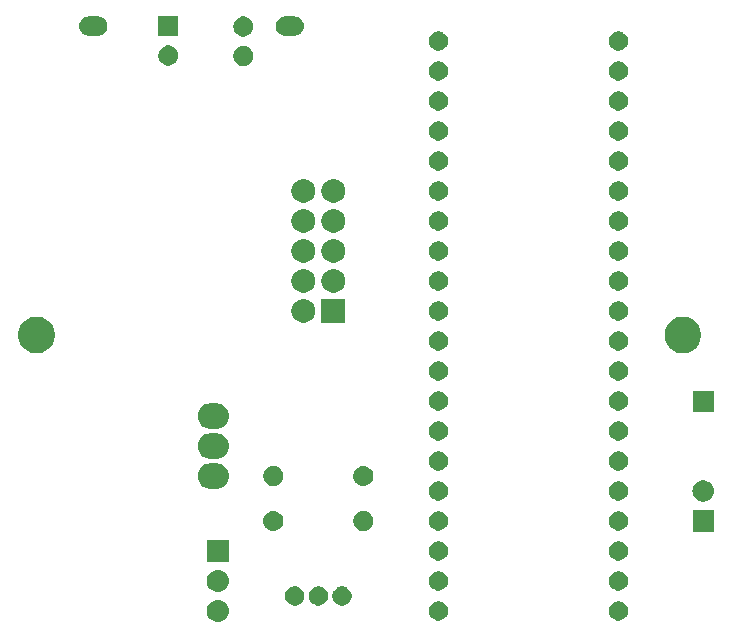
<source format=gbr>
G04 #@! TF.GenerationSoftware,KiCad,Pcbnew,(5.0.1-3-g963ef8bb5)*
G04 #@! TF.CreationDate,2019-02-08T10:03:46-05:00*
G04 #@! TF.ProjectId,STMaytal32v02,53544D617974616C33327630322E6B69,rev?*
G04 #@! TF.SameCoordinates,Original*
G04 #@! TF.FileFunction,Soldermask,Bot*
G04 #@! TF.FilePolarity,Negative*
%FSLAX46Y46*%
G04 Gerber Fmt 4.6, Leading zero omitted, Abs format (unit mm)*
G04 Created by KiCad (PCBNEW (5.0.1-3-g963ef8bb5)) date Friday, February 08, 2019 at 10:03:46 AM*
%MOMM*%
%LPD*%
G01*
G04 APERTURE LIST*
%ADD10C,0.100000*%
G04 APERTURE END LIST*
D10*
G36*
X113597425Y-124792760D02*
X113597428Y-124792761D01*
X113597429Y-124792761D01*
X113776693Y-124847140D01*
X113776695Y-124847141D01*
X113941905Y-124935448D01*
X114086712Y-125054288D01*
X114205552Y-125199095D01*
X114293859Y-125364305D01*
X114348240Y-125543575D01*
X114366601Y-125730000D01*
X114348240Y-125916425D01*
X114293859Y-126095695D01*
X114205552Y-126260905D01*
X114086712Y-126405712D01*
X113941905Y-126524552D01*
X113941903Y-126524553D01*
X113776693Y-126612860D01*
X113597429Y-126667239D01*
X113597428Y-126667239D01*
X113597425Y-126667240D01*
X113457718Y-126681000D01*
X113364282Y-126681000D01*
X113224575Y-126667240D01*
X113224572Y-126667239D01*
X113224571Y-126667239D01*
X113045307Y-126612860D01*
X112880097Y-126524553D01*
X112880095Y-126524552D01*
X112735288Y-126405712D01*
X112616448Y-126260905D01*
X112528141Y-126095695D01*
X112473760Y-125916425D01*
X112455399Y-125730000D01*
X112473760Y-125543575D01*
X112528141Y-125364305D01*
X112616448Y-125199095D01*
X112735288Y-125054288D01*
X112880095Y-124935448D01*
X113045305Y-124847141D01*
X113045307Y-124847140D01*
X113224571Y-124792761D01*
X113224572Y-124792761D01*
X113224575Y-124792760D01*
X113364282Y-124779000D01*
X113457718Y-124779000D01*
X113597425Y-124792760D01*
X113597425Y-124792760D01*
G37*
G36*
X147557142Y-124948242D02*
X147705102Y-125009530D01*
X147772087Y-125054288D01*
X147838257Y-125098501D01*
X147951499Y-125211743D01*
X147971554Y-125241758D01*
X148040470Y-125344898D01*
X148101758Y-125492858D01*
X148133000Y-125649925D01*
X148133000Y-125810075D01*
X148101758Y-125967142D01*
X148040470Y-126115102D01*
X147951498Y-126248258D01*
X147838258Y-126361498D01*
X147705102Y-126450470D01*
X147557142Y-126511758D01*
X147400075Y-126543000D01*
X147239925Y-126543000D01*
X147082858Y-126511758D01*
X146934898Y-126450470D01*
X146801742Y-126361498D01*
X146688502Y-126248258D01*
X146599530Y-126115102D01*
X146538242Y-125967142D01*
X146507000Y-125810075D01*
X146507000Y-125649925D01*
X146538242Y-125492858D01*
X146599530Y-125344898D01*
X146668446Y-125241758D01*
X146688501Y-125211743D01*
X146801743Y-125098501D01*
X146867913Y-125054288D01*
X146934898Y-125009530D01*
X147082858Y-124948242D01*
X147239925Y-124917000D01*
X147400075Y-124917000D01*
X147557142Y-124948242D01*
X147557142Y-124948242D01*
G37*
G36*
X132317142Y-124948242D02*
X132465102Y-125009530D01*
X132532087Y-125054288D01*
X132598257Y-125098501D01*
X132711499Y-125211743D01*
X132731554Y-125241758D01*
X132800470Y-125344898D01*
X132861758Y-125492858D01*
X132893000Y-125649925D01*
X132893000Y-125810075D01*
X132861758Y-125967142D01*
X132800470Y-126115102D01*
X132711498Y-126248258D01*
X132598258Y-126361498D01*
X132465102Y-126450470D01*
X132317142Y-126511758D01*
X132160075Y-126543000D01*
X131999925Y-126543000D01*
X131842858Y-126511758D01*
X131694898Y-126450470D01*
X131561742Y-126361498D01*
X131448502Y-126248258D01*
X131359530Y-126115102D01*
X131298242Y-125967142D01*
X131267000Y-125810075D01*
X131267000Y-125649925D01*
X131298242Y-125492858D01*
X131359530Y-125344898D01*
X131428446Y-125241758D01*
X131448501Y-125211743D01*
X131561743Y-125098501D01*
X131627913Y-125054288D01*
X131694898Y-125009530D01*
X131842858Y-124948242D01*
X131999925Y-124917000D01*
X132160075Y-124917000D01*
X132317142Y-124948242D01*
X132317142Y-124948242D01*
G37*
G36*
X124157142Y-123678242D02*
X124305102Y-123739530D01*
X124372130Y-123784317D01*
X124438257Y-123828501D01*
X124551499Y-123941743D01*
X124592429Y-124003000D01*
X124640470Y-124074898D01*
X124701758Y-124222858D01*
X124733000Y-124379925D01*
X124733000Y-124540075D01*
X124701758Y-124697142D01*
X124640470Y-124845102D01*
X124595683Y-124912130D01*
X124551499Y-124978257D01*
X124438257Y-125091499D01*
X124427776Y-125098502D01*
X124305102Y-125180470D01*
X124157142Y-125241758D01*
X124000075Y-125273000D01*
X123839925Y-125273000D01*
X123682858Y-125241758D01*
X123534898Y-125180470D01*
X123412224Y-125098502D01*
X123401743Y-125091499D01*
X123288501Y-124978257D01*
X123244317Y-124912130D01*
X123199530Y-124845102D01*
X123138242Y-124697142D01*
X123107000Y-124540075D01*
X123107000Y-124379925D01*
X123138242Y-124222858D01*
X123199530Y-124074898D01*
X123247571Y-124003000D01*
X123288501Y-123941743D01*
X123401743Y-123828501D01*
X123467870Y-123784317D01*
X123534898Y-123739530D01*
X123682858Y-123678242D01*
X123839925Y-123647000D01*
X124000075Y-123647000D01*
X124157142Y-123678242D01*
X124157142Y-123678242D01*
G37*
G36*
X120157142Y-123678242D02*
X120305102Y-123739530D01*
X120372130Y-123784317D01*
X120438257Y-123828501D01*
X120551499Y-123941743D01*
X120592429Y-124003000D01*
X120640470Y-124074898D01*
X120701758Y-124222858D01*
X120733000Y-124379925D01*
X120733000Y-124540075D01*
X120701758Y-124697142D01*
X120640470Y-124845102D01*
X120595683Y-124912130D01*
X120551499Y-124978257D01*
X120438257Y-125091499D01*
X120427776Y-125098502D01*
X120305102Y-125180470D01*
X120157142Y-125241758D01*
X120000075Y-125273000D01*
X119839925Y-125273000D01*
X119682858Y-125241758D01*
X119534898Y-125180470D01*
X119412224Y-125098502D01*
X119401743Y-125091499D01*
X119288501Y-124978257D01*
X119244317Y-124912130D01*
X119199530Y-124845102D01*
X119138242Y-124697142D01*
X119107000Y-124540075D01*
X119107000Y-124379925D01*
X119138242Y-124222858D01*
X119199530Y-124074898D01*
X119247571Y-124003000D01*
X119288501Y-123941743D01*
X119401743Y-123828501D01*
X119467870Y-123784317D01*
X119534898Y-123739530D01*
X119682858Y-123678242D01*
X119839925Y-123647000D01*
X120000075Y-123647000D01*
X120157142Y-123678242D01*
X120157142Y-123678242D01*
G37*
G36*
X122157142Y-123678242D02*
X122305102Y-123739530D01*
X122372130Y-123784317D01*
X122438257Y-123828501D01*
X122551499Y-123941743D01*
X122592429Y-124003000D01*
X122640470Y-124074898D01*
X122701758Y-124222858D01*
X122733000Y-124379925D01*
X122733000Y-124540075D01*
X122701758Y-124697142D01*
X122640470Y-124845102D01*
X122595683Y-124912130D01*
X122551499Y-124978257D01*
X122438257Y-125091499D01*
X122427776Y-125098502D01*
X122305102Y-125180470D01*
X122157142Y-125241758D01*
X122000075Y-125273000D01*
X121839925Y-125273000D01*
X121682858Y-125241758D01*
X121534898Y-125180470D01*
X121412224Y-125098502D01*
X121401743Y-125091499D01*
X121288501Y-124978257D01*
X121244317Y-124912130D01*
X121199530Y-124845102D01*
X121138242Y-124697142D01*
X121107000Y-124540075D01*
X121107000Y-124379925D01*
X121138242Y-124222858D01*
X121199530Y-124074898D01*
X121247571Y-124003000D01*
X121288501Y-123941743D01*
X121401743Y-123828501D01*
X121467870Y-123784317D01*
X121534898Y-123739530D01*
X121682858Y-123678242D01*
X121839925Y-123647000D01*
X122000075Y-123647000D01*
X122157142Y-123678242D01*
X122157142Y-123678242D01*
G37*
G36*
X113597425Y-122252760D02*
X113597428Y-122252761D01*
X113597429Y-122252761D01*
X113776693Y-122307140D01*
X113776695Y-122307141D01*
X113941905Y-122395448D01*
X114086712Y-122514288D01*
X114205552Y-122659095D01*
X114293859Y-122824305D01*
X114348240Y-123003575D01*
X114366601Y-123190000D01*
X114348240Y-123376425D01*
X114293859Y-123555695D01*
X114205552Y-123720905D01*
X114086712Y-123865712D01*
X113941905Y-123984552D01*
X113941903Y-123984553D01*
X113776693Y-124072860D01*
X113597429Y-124127239D01*
X113597428Y-124127239D01*
X113597425Y-124127240D01*
X113457718Y-124141000D01*
X113364282Y-124141000D01*
X113224575Y-124127240D01*
X113224572Y-124127239D01*
X113224571Y-124127239D01*
X113045307Y-124072860D01*
X112880097Y-123984553D01*
X112880095Y-123984552D01*
X112735288Y-123865712D01*
X112616448Y-123720905D01*
X112528141Y-123555695D01*
X112473760Y-123376425D01*
X112455399Y-123190000D01*
X112473760Y-123003575D01*
X112528141Y-122824305D01*
X112616448Y-122659095D01*
X112735288Y-122514288D01*
X112880095Y-122395448D01*
X113045305Y-122307141D01*
X113045307Y-122307140D01*
X113224571Y-122252761D01*
X113224572Y-122252761D01*
X113224575Y-122252760D01*
X113364282Y-122239000D01*
X113457718Y-122239000D01*
X113597425Y-122252760D01*
X113597425Y-122252760D01*
G37*
G36*
X147557142Y-122408242D02*
X147705102Y-122469530D01*
X147838258Y-122558502D01*
X147951498Y-122671742D01*
X148040470Y-122804898D01*
X148101758Y-122952858D01*
X148133000Y-123109925D01*
X148133000Y-123270075D01*
X148101758Y-123427142D01*
X148054354Y-123541583D01*
X148040471Y-123575100D01*
X147951499Y-123708257D01*
X147838257Y-123821499D01*
X147827776Y-123828502D01*
X147705102Y-123910470D01*
X147557142Y-123971758D01*
X147400075Y-124003000D01*
X147239925Y-124003000D01*
X147082858Y-123971758D01*
X146934898Y-123910470D01*
X146812224Y-123828502D01*
X146801743Y-123821499D01*
X146688501Y-123708257D01*
X146599529Y-123575100D01*
X146585646Y-123541583D01*
X146538242Y-123427142D01*
X146507000Y-123270075D01*
X146507000Y-123109925D01*
X146538242Y-122952858D01*
X146599530Y-122804898D01*
X146688502Y-122671742D01*
X146801742Y-122558502D01*
X146934898Y-122469530D01*
X147082858Y-122408242D01*
X147239925Y-122377000D01*
X147400075Y-122377000D01*
X147557142Y-122408242D01*
X147557142Y-122408242D01*
G37*
G36*
X132317142Y-122408242D02*
X132465102Y-122469530D01*
X132598258Y-122558502D01*
X132711498Y-122671742D01*
X132800470Y-122804898D01*
X132861758Y-122952858D01*
X132893000Y-123109925D01*
X132893000Y-123270075D01*
X132861758Y-123427142D01*
X132814354Y-123541583D01*
X132800471Y-123575100D01*
X132711499Y-123708257D01*
X132598257Y-123821499D01*
X132587776Y-123828502D01*
X132465102Y-123910470D01*
X132317142Y-123971758D01*
X132160075Y-124003000D01*
X131999925Y-124003000D01*
X131842858Y-123971758D01*
X131694898Y-123910470D01*
X131572224Y-123828502D01*
X131561743Y-123821499D01*
X131448501Y-123708257D01*
X131359529Y-123575100D01*
X131345646Y-123541583D01*
X131298242Y-123427142D01*
X131267000Y-123270075D01*
X131267000Y-123109925D01*
X131298242Y-122952858D01*
X131359530Y-122804898D01*
X131448502Y-122671742D01*
X131561742Y-122558502D01*
X131694898Y-122469530D01*
X131842858Y-122408242D01*
X131999925Y-122377000D01*
X132160075Y-122377000D01*
X132317142Y-122408242D01*
X132317142Y-122408242D01*
G37*
G36*
X114362000Y-121601000D02*
X112460000Y-121601000D01*
X112460000Y-119699000D01*
X114362000Y-119699000D01*
X114362000Y-121601000D01*
X114362000Y-121601000D01*
G37*
G36*
X147557142Y-119868242D02*
X147705102Y-119929530D01*
X147838258Y-120018502D01*
X147951498Y-120131742D01*
X148040470Y-120264898D01*
X148101758Y-120412858D01*
X148133000Y-120569925D01*
X148133000Y-120730075D01*
X148101758Y-120887142D01*
X148040470Y-121035102D01*
X147951498Y-121168258D01*
X147838258Y-121281498D01*
X147705102Y-121370470D01*
X147557142Y-121431758D01*
X147400075Y-121463000D01*
X147239925Y-121463000D01*
X147082858Y-121431758D01*
X146934898Y-121370470D01*
X146801742Y-121281498D01*
X146688502Y-121168258D01*
X146599530Y-121035102D01*
X146538242Y-120887142D01*
X146507000Y-120730075D01*
X146507000Y-120569925D01*
X146538242Y-120412858D01*
X146599530Y-120264898D01*
X146688502Y-120131742D01*
X146801742Y-120018502D01*
X146934898Y-119929530D01*
X147082858Y-119868242D01*
X147239925Y-119837000D01*
X147400075Y-119837000D01*
X147557142Y-119868242D01*
X147557142Y-119868242D01*
G37*
G36*
X132317142Y-119868242D02*
X132465102Y-119929530D01*
X132598258Y-120018502D01*
X132711498Y-120131742D01*
X132800470Y-120264898D01*
X132861758Y-120412858D01*
X132893000Y-120569925D01*
X132893000Y-120730075D01*
X132861758Y-120887142D01*
X132800470Y-121035102D01*
X132711498Y-121168258D01*
X132598258Y-121281498D01*
X132465102Y-121370470D01*
X132317142Y-121431758D01*
X132160075Y-121463000D01*
X131999925Y-121463000D01*
X131842858Y-121431758D01*
X131694898Y-121370470D01*
X131561742Y-121281498D01*
X131448502Y-121168258D01*
X131359530Y-121035102D01*
X131298242Y-120887142D01*
X131267000Y-120730075D01*
X131267000Y-120569925D01*
X131298242Y-120412858D01*
X131359530Y-120264898D01*
X131448502Y-120131742D01*
X131561742Y-120018502D01*
X131694898Y-119929530D01*
X131842858Y-119868242D01*
X131999925Y-119837000D01*
X132160075Y-119837000D01*
X132317142Y-119868242D01*
X132317142Y-119868242D01*
G37*
G36*
X155401000Y-119011000D02*
X153599000Y-119011000D01*
X153599000Y-117209000D01*
X155401000Y-117209000D01*
X155401000Y-119011000D01*
X155401000Y-119011000D01*
G37*
G36*
X125978228Y-117291703D02*
X126133100Y-117355853D01*
X126272481Y-117448985D01*
X126391015Y-117567519D01*
X126484147Y-117706900D01*
X126548297Y-117861772D01*
X126581000Y-118026184D01*
X126581000Y-118193816D01*
X126548297Y-118358228D01*
X126484147Y-118513100D01*
X126391015Y-118652481D01*
X126272481Y-118771015D01*
X126133100Y-118864147D01*
X125978228Y-118928297D01*
X125813816Y-118961000D01*
X125646184Y-118961000D01*
X125481772Y-118928297D01*
X125326900Y-118864147D01*
X125187519Y-118771015D01*
X125068985Y-118652481D01*
X124975853Y-118513100D01*
X124911703Y-118358228D01*
X124879000Y-118193816D01*
X124879000Y-118026184D01*
X124911703Y-117861772D01*
X124975853Y-117706900D01*
X125068985Y-117567519D01*
X125187519Y-117448985D01*
X125326900Y-117355853D01*
X125481772Y-117291703D01*
X125646184Y-117259000D01*
X125813816Y-117259000D01*
X125978228Y-117291703D01*
X125978228Y-117291703D01*
G37*
G36*
X118276821Y-117271313D02*
X118276824Y-117271314D01*
X118276825Y-117271314D01*
X118437239Y-117319975D01*
X118437241Y-117319976D01*
X118437244Y-117319977D01*
X118585078Y-117398995D01*
X118714659Y-117505341D01*
X118821005Y-117634922D01*
X118900023Y-117782756D01*
X118900024Y-117782759D01*
X118900025Y-117782761D01*
X118948686Y-117943175D01*
X118948687Y-117943179D01*
X118965117Y-118110000D01*
X118948687Y-118276821D01*
X118948686Y-118276824D01*
X118948686Y-118276825D01*
X118923993Y-118358228D01*
X118900023Y-118437244D01*
X118821005Y-118585078D01*
X118714659Y-118714659D01*
X118585078Y-118821005D01*
X118437244Y-118900023D01*
X118437241Y-118900024D01*
X118437239Y-118900025D01*
X118276825Y-118948686D01*
X118276824Y-118948686D01*
X118276821Y-118948687D01*
X118151804Y-118961000D01*
X118068196Y-118961000D01*
X117943179Y-118948687D01*
X117943176Y-118948686D01*
X117943175Y-118948686D01*
X117782761Y-118900025D01*
X117782759Y-118900024D01*
X117782756Y-118900023D01*
X117634922Y-118821005D01*
X117505341Y-118714659D01*
X117398995Y-118585078D01*
X117319977Y-118437244D01*
X117296008Y-118358228D01*
X117271314Y-118276825D01*
X117271314Y-118276824D01*
X117271313Y-118276821D01*
X117254883Y-118110000D01*
X117271313Y-117943179D01*
X117271314Y-117943175D01*
X117319975Y-117782761D01*
X117319976Y-117782759D01*
X117319977Y-117782756D01*
X117398995Y-117634922D01*
X117505341Y-117505341D01*
X117634922Y-117398995D01*
X117782756Y-117319977D01*
X117782759Y-117319976D01*
X117782761Y-117319975D01*
X117943175Y-117271314D01*
X117943176Y-117271314D01*
X117943179Y-117271313D01*
X118068196Y-117259000D01*
X118151804Y-117259000D01*
X118276821Y-117271313D01*
X118276821Y-117271313D01*
G37*
G36*
X132317142Y-117328242D02*
X132465102Y-117389530D01*
X132598258Y-117478502D01*
X132711498Y-117591742D01*
X132800470Y-117724898D01*
X132861758Y-117872858D01*
X132893000Y-118029925D01*
X132893000Y-118190075D01*
X132861758Y-118347142D01*
X132800470Y-118495102D01*
X132711498Y-118628258D01*
X132598258Y-118741498D01*
X132465102Y-118830470D01*
X132317142Y-118891758D01*
X132160075Y-118923000D01*
X131999925Y-118923000D01*
X131842858Y-118891758D01*
X131694898Y-118830470D01*
X131561742Y-118741498D01*
X131448502Y-118628258D01*
X131359530Y-118495102D01*
X131298242Y-118347142D01*
X131267000Y-118190075D01*
X131267000Y-118029925D01*
X131298242Y-117872858D01*
X131359530Y-117724898D01*
X131448502Y-117591742D01*
X131561742Y-117478502D01*
X131694898Y-117389530D01*
X131842858Y-117328242D01*
X131999925Y-117297000D01*
X132160075Y-117297000D01*
X132317142Y-117328242D01*
X132317142Y-117328242D01*
G37*
G36*
X147557142Y-117328242D02*
X147705102Y-117389530D01*
X147838258Y-117478502D01*
X147951498Y-117591742D01*
X148040470Y-117724898D01*
X148101758Y-117872858D01*
X148133000Y-118029925D01*
X148133000Y-118190075D01*
X148101758Y-118347142D01*
X148040470Y-118495102D01*
X147951498Y-118628258D01*
X147838258Y-118741498D01*
X147705102Y-118830470D01*
X147557142Y-118891758D01*
X147400075Y-118923000D01*
X147239925Y-118923000D01*
X147082858Y-118891758D01*
X146934898Y-118830470D01*
X146801742Y-118741498D01*
X146688502Y-118628258D01*
X146599530Y-118495102D01*
X146538242Y-118347142D01*
X146507000Y-118190075D01*
X146507000Y-118029925D01*
X146538242Y-117872858D01*
X146599530Y-117724898D01*
X146688502Y-117591742D01*
X146801742Y-117478502D01*
X146934898Y-117389530D01*
X147082858Y-117328242D01*
X147239925Y-117297000D01*
X147400075Y-117297000D01*
X147557142Y-117328242D01*
X147557142Y-117328242D01*
G37*
G36*
X154610443Y-114675519D02*
X154676627Y-114682037D01*
X154769811Y-114710304D01*
X154846467Y-114733557D01*
X154924146Y-114775078D01*
X155002991Y-114817222D01*
X155033769Y-114842481D01*
X155140186Y-114929814D01*
X155223448Y-115031271D01*
X155252778Y-115067009D01*
X155252779Y-115067011D01*
X155336443Y-115223533D01*
X155336443Y-115223534D01*
X155387963Y-115393373D01*
X155405359Y-115570000D01*
X155387963Y-115746627D01*
X155353616Y-115859853D01*
X155336443Y-115916467D01*
X155262348Y-116055087D01*
X155252778Y-116072991D01*
X155223448Y-116108729D01*
X155140186Y-116210186D01*
X155042358Y-116290470D01*
X155002991Y-116322778D01*
X155002989Y-116322779D01*
X154846467Y-116406443D01*
X154789853Y-116423616D01*
X154676627Y-116457963D01*
X154610442Y-116464482D01*
X154544260Y-116471000D01*
X154455740Y-116471000D01*
X154389558Y-116464482D01*
X154323373Y-116457963D01*
X154210147Y-116423616D01*
X154153533Y-116406443D01*
X153997011Y-116322779D01*
X153997009Y-116322778D01*
X153957642Y-116290470D01*
X153859814Y-116210186D01*
X153776552Y-116108729D01*
X153747222Y-116072991D01*
X153737652Y-116055087D01*
X153663557Y-115916467D01*
X153646384Y-115859853D01*
X153612037Y-115746627D01*
X153594641Y-115570000D01*
X153612037Y-115393373D01*
X153663557Y-115223534D01*
X153663557Y-115223533D01*
X153747221Y-115067011D01*
X153747222Y-115067009D01*
X153776552Y-115031271D01*
X153859814Y-114929814D01*
X153966231Y-114842481D01*
X153997009Y-114817222D01*
X154075854Y-114775078D01*
X154153533Y-114733557D01*
X154230189Y-114710304D01*
X154323373Y-114682037D01*
X154389557Y-114675519D01*
X154455740Y-114669000D01*
X154544260Y-114669000D01*
X154610443Y-114675519D01*
X154610443Y-114675519D01*
G37*
G36*
X132317142Y-114788242D02*
X132431583Y-114835646D01*
X132448085Y-114842481D01*
X132465102Y-114849530D01*
X132532130Y-114894317D01*
X132598257Y-114938501D01*
X132711499Y-115051743D01*
X132737077Y-115090023D01*
X132800470Y-115184898D01*
X132861758Y-115332858D01*
X132893000Y-115489925D01*
X132893000Y-115650075D01*
X132861758Y-115807142D01*
X132816474Y-115916466D01*
X132800471Y-115955100D01*
X132711499Y-116088257D01*
X132598257Y-116201499D01*
X132532130Y-116245683D01*
X132465102Y-116290470D01*
X132317142Y-116351758D01*
X132160075Y-116383000D01*
X131999925Y-116383000D01*
X131842858Y-116351758D01*
X131694898Y-116290470D01*
X131627870Y-116245683D01*
X131561743Y-116201499D01*
X131448501Y-116088257D01*
X131359529Y-115955100D01*
X131343526Y-115916466D01*
X131298242Y-115807142D01*
X131267000Y-115650075D01*
X131267000Y-115489925D01*
X131298242Y-115332858D01*
X131359530Y-115184898D01*
X131422923Y-115090023D01*
X131448501Y-115051743D01*
X131561743Y-114938501D01*
X131627870Y-114894317D01*
X131694898Y-114849530D01*
X131711916Y-114842481D01*
X131728417Y-114835646D01*
X131842858Y-114788242D01*
X131999925Y-114757000D01*
X132160075Y-114757000D01*
X132317142Y-114788242D01*
X132317142Y-114788242D01*
G37*
G36*
X147557142Y-114788242D02*
X147671583Y-114835646D01*
X147688085Y-114842481D01*
X147705102Y-114849530D01*
X147772130Y-114894317D01*
X147838257Y-114938501D01*
X147951499Y-115051743D01*
X147977077Y-115090023D01*
X148040470Y-115184898D01*
X148101758Y-115332858D01*
X148133000Y-115489925D01*
X148133000Y-115650075D01*
X148101758Y-115807142D01*
X148056474Y-115916466D01*
X148040471Y-115955100D01*
X147951499Y-116088257D01*
X147838257Y-116201499D01*
X147772130Y-116245683D01*
X147705102Y-116290470D01*
X147557142Y-116351758D01*
X147400075Y-116383000D01*
X147239925Y-116383000D01*
X147082858Y-116351758D01*
X146934898Y-116290470D01*
X146867870Y-116245683D01*
X146801743Y-116201499D01*
X146688501Y-116088257D01*
X146599529Y-115955100D01*
X146583526Y-115916466D01*
X146538242Y-115807142D01*
X146507000Y-115650075D01*
X146507000Y-115489925D01*
X146538242Y-115332858D01*
X146599530Y-115184898D01*
X146662923Y-115090023D01*
X146688501Y-115051743D01*
X146801743Y-114938501D01*
X146867870Y-114894317D01*
X146934898Y-114849530D01*
X146951916Y-114842481D01*
X146968417Y-114835646D01*
X147082858Y-114788242D01*
X147239925Y-114757000D01*
X147400075Y-114757000D01*
X147557142Y-114788242D01*
X147557142Y-114788242D01*
G37*
G36*
X113399114Y-113239176D02*
X113493168Y-113248439D01*
X113694299Y-113309451D01*
X113726899Y-113326876D01*
X113879662Y-113408529D01*
X114042133Y-113541867D01*
X114175471Y-113704338D01*
X114239924Y-113824922D01*
X114274549Y-113889701D01*
X114335561Y-114090832D01*
X114356162Y-114300000D01*
X114335561Y-114509168D01*
X114274549Y-114710299D01*
X114274546Y-114710304D01*
X114175471Y-114895662D01*
X114042133Y-115058133D01*
X113879662Y-115191471D01*
X113726899Y-115273124D01*
X113694299Y-115290549D01*
X113493168Y-115351561D01*
X113399114Y-115360824D01*
X113336413Y-115367000D01*
X112723587Y-115367000D01*
X112660886Y-115360824D01*
X112566832Y-115351561D01*
X112365701Y-115290549D01*
X112333101Y-115273124D01*
X112180338Y-115191471D01*
X112017867Y-115058133D01*
X111884529Y-114895662D01*
X111785454Y-114710304D01*
X111785451Y-114710299D01*
X111724439Y-114509168D01*
X111703838Y-114300000D01*
X111724439Y-114090832D01*
X111785451Y-113889701D01*
X111820076Y-113824922D01*
X111884529Y-113704338D01*
X112017867Y-113541867D01*
X112180338Y-113408529D01*
X112333101Y-113326876D01*
X112365701Y-113309451D01*
X112566832Y-113248439D01*
X112660886Y-113239176D01*
X112723587Y-113233000D01*
X113336413Y-113233000D01*
X113399114Y-113239176D01*
X113399114Y-113239176D01*
G37*
G36*
X125896821Y-113461313D02*
X125896824Y-113461314D01*
X125896825Y-113461314D01*
X126057239Y-113509975D01*
X126057241Y-113509976D01*
X126057244Y-113509977D01*
X126205078Y-113588995D01*
X126334659Y-113695341D01*
X126441005Y-113824922D01*
X126520023Y-113972756D01*
X126520024Y-113972759D01*
X126520025Y-113972761D01*
X126555841Y-114090832D01*
X126568687Y-114133179D01*
X126585117Y-114300000D01*
X126568687Y-114466821D01*
X126568686Y-114466824D01*
X126568686Y-114466825D01*
X126543993Y-114548228D01*
X126520023Y-114627244D01*
X126441005Y-114775078D01*
X126334659Y-114904659D01*
X126205078Y-115011005D01*
X126057244Y-115090023D01*
X126057241Y-115090024D01*
X126057239Y-115090025D01*
X125896825Y-115138686D01*
X125896824Y-115138686D01*
X125896821Y-115138687D01*
X125771804Y-115151000D01*
X125688196Y-115151000D01*
X125563179Y-115138687D01*
X125563176Y-115138686D01*
X125563175Y-115138686D01*
X125402761Y-115090025D01*
X125402759Y-115090024D01*
X125402756Y-115090023D01*
X125254922Y-115011005D01*
X125125341Y-114904659D01*
X125018995Y-114775078D01*
X124939977Y-114627244D01*
X124916008Y-114548228D01*
X124891314Y-114466825D01*
X124891314Y-114466824D01*
X124891313Y-114466821D01*
X124874883Y-114300000D01*
X124891313Y-114133179D01*
X124904159Y-114090832D01*
X124939975Y-113972761D01*
X124939976Y-113972759D01*
X124939977Y-113972756D01*
X125018995Y-113824922D01*
X125125341Y-113695341D01*
X125254922Y-113588995D01*
X125402756Y-113509977D01*
X125402759Y-113509976D01*
X125402761Y-113509975D01*
X125563175Y-113461314D01*
X125563176Y-113461314D01*
X125563179Y-113461313D01*
X125688196Y-113449000D01*
X125771804Y-113449000D01*
X125896821Y-113461313D01*
X125896821Y-113461313D01*
G37*
G36*
X118358228Y-113481703D02*
X118513100Y-113545853D01*
X118652481Y-113638985D01*
X118771015Y-113757519D01*
X118864147Y-113896900D01*
X118928297Y-114051772D01*
X118961000Y-114216184D01*
X118961000Y-114383816D01*
X118928297Y-114548228D01*
X118864147Y-114703100D01*
X118771015Y-114842481D01*
X118652481Y-114961015D01*
X118513100Y-115054147D01*
X118358228Y-115118297D01*
X118193816Y-115151000D01*
X118026184Y-115151000D01*
X117861772Y-115118297D01*
X117706900Y-115054147D01*
X117567519Y-114961015D01*
X117448985Y-114842481D01*
X117355853Y-114703100D01*
X117291703Y-114548228D01*
X117259000Y-114383816D01*
X117259000Y-114216184D01*
X117291703Y-114051772D01*
X117355853Y-113896900D01*
X117448985Y-113757519D01*
X117567519Y-113638985D01*
X117706900Y-113545853D01*
X117861772Y-113481703D01*
X118026184Y-113449000D01*
X118193816Y-113449000D01*
X118358228Y-113481703D01*
X118358228Y-113481703D01*
G37*
G36*
X132317142Y-112248242D02*
X132465102Y-112309530D01*
X132532130Y-112354317D01*
X132598257Y-112398501D01*
X132711499Y-112511743D01*
X132755683Y-112577870D01*
X132800470Y-112644898D01*
X132861758Y-112792858D01*
X132893000Y-112949925D01*
X132893000Y-113110075D01*
X132861758Y-113267142D01*
X132814354Y-113381583D01*
X132800471Y-113415100D01*
X132713105Y-113545854D01*
X132711498Y-113548258D01*
X132598258Y-113661498D01*
X132465102Y-113750470D01*
X132465101Y-113750471D01*
X132465100Y-113750471D01*
X132431583Y-113764354D01*
X132317142Y-113811758D01*
X132160075Y-113843000D01*
X131999925Y-113843000D01*
X131842858Y-113811758D01*
X131728417Y-113764354D01*
X131694900Y-113750471D01*
X131694899Y-113750471D01*
X131694898Y-113750470D01*
X131561742Y-113661498D01*
X131448502Y-113548258D01*
X131446896Y-113545854D01*
X131359529Y-113415100D01*
X131345646Y-113381583D01*
X131298242Y-113267142D01*
X131267000Y-113110075D01*
X131267000Y-112949925D01*
X131298242Y-112792858D01*
X131359530Y-112644898D01*
X131404317Y-112577870D01*
X131448501Y-112511743D01*
X131561743Y-112398501D01*
X131627870Y-112354317D01*
X131694898Y-112309530D01*
X131842858Y-112248242D01*
X131999925Y-112217000D01*
X132160075Y-112217000D01*
X132317142Y-112248242D01*
X132317142Y-112248242D01*
G37*
G36*
X147557142Y-112248242D02*
X147705102Y-112309530D01*
X147772130Y-112354317D01*
X147838257Y-112398501D01*
X147951499Y-112511743D01*
X147995683Y-112577870D01*
X148040470Y-112644898D01*
X148101758Y-112792858D01*
X148133000Y-112949925D01*
X148133000Y-113110075D01*
X148101758Y-113267142D01*
X148054354Y-113381583D01*
X148040471Y-113415100D01*
X147953105Y-113545854D01*
X147951498Y-113548258D01*
X147838258Y-113661498D01*
X147705102Y-113750470D01*
X147705101Y-113750471D01*
X147705100Y-113750471D01*
X147671583Y-113764354D01*
X147557142Y-113811758D01*
X147400075Y-113843000D01*
X147239925Y-113843000D01*
X147082858Y-113811758D01*
X146968417Y-113764354D01*
X146934900Y-113750471D01*
X146934899Y-113750471D01*
X146934898Y-113750470D01*
X146801742Y-113661498D01*
X146688502Y-113548258D01*
X146686896Y-113545854D01*
X146599529Y-113415100D01*
X146585646Y-113381583D01*
X146538242Y-113267142D01*
X146507000Y-113110075D01*
X146507000Y-112949925D01*
X146538242Y-112792858D01*
X146599530Y-112644898D01*
X146644317Y-112577870D01*
X146688501Y-112511743D01*
X146801743Y-112398501D01*
X146867870Y-112354317D01*
X146934898Y-112309530D01*
X147082858Y-112248242D01*
X147239925Y-112217000D01*
X147400075Y-112217000D01*
X147557142Y-112248242D01*
X147557142Y-112248242D01*
G37*
G36*
X113399114Y-110699176D02*
X113493168Y-110708439D01*
X113694299Y-110769451D01*
X113726899Y-110786876D01*
X113879662Y-110868529D01*
X114042133Y-111001867D01*
X114175471Y-111164338D01*
X114249587Y-111303000D01*
X114274549Y-111349701D01*
X114335561Y-111550832D01*
X114356162Y-111760000D01*
X114335561Y-111969168D01*
X114274549Y-112170299D01*
X114274546Y-112170304D01*
X114175471Y-112355662D01*
X114042133Y-112518133D01*
X113879662Y-112651471D01*
X113726899Y-112733124D01*
X113694299Y-112750549D01*
X113493168Y-112811561D01*
X113399114Y-112820824D01*
X113336413Y-112827000D01*
X112723587Y-112827000D01*
X112660886Y-112820824D01*
X112566832Y-112811561D01*
X112365701Y-112750549D01*
X112333101Y-112733124D01*
X112180338Y-112651471D01*
X112017867Y-112518133D01*
X111884529Y-112355662D01*
X111785454Y-112170304D01*
X111785451Y-112170299D01*
X111724439Y-111969168D01*
X111703838Y-111760000D01*
X111724439Y-111550832D01*
X111785451Y-111349701D01*
X111810413Y-111303000D01*
X111884529Y-111164338D01*
X112017867Y-111001867D01*
X112180338Y-110868529D01*
X112333101Y-110786876D01*
X112365701Y-110769451D01*
X112566832Y-110708439D01*
X112660886Y-110699176D01*
X112723587Y-110693000D01*
X113336413Y-110693000D01*
X113399114Y-110699176D01*
X113399114Y-110699176D01*
G37*
G36*
X132317142Y-109708242D02*
X132465102Y-109769530D01*
X132532130Y-109814317D01*
X132598257Y-109858501D01*
X132711499Y-109971743D01*
X132755683Y-110037870D01*
X132800470Y-110104898D01*
X132861758Y-110252858D01*
X132893000Y-110409925D01*
X132893000Y-110570075D01*
X132861758Y-110727142D01*
X132814354Y-110841583D01*
X132800471Y-110875100D01*
X132715769Y-111001867D01*
X132711498Y-111008258D01*
X132598258Y-111121498D01*
X132465102Y-111210470D01*
X132317142Y-111271758D01*
X132160075Y-111303000D01*
X131999925Y-111303000D01*
X131842858Y-111271758D01*
X131694898Y-111210470D01*
X131561742Y-111121498D01*
X131448502Y-111008258D01*
X131444232Y-111001867D01*
X131359529Y-110875100D01*
X131345646Y-110841583D01*
X131298242Y-110727142D01*
X131267000Y-110570075D01*
X131267000Y-110409925D01*
X131298242Y-110252858D01*
X131359530Y-110104898D01*
X131404317Y-110037870D01*
X131448501Y-109971743D01*
X131561743Y-109858501D01*
X131627870Y-109814317D01*
X131694898Y-109769530D01*
X131842858Y-109708242D01*
X131999925Y-109677000D01*
X132160075Y-109677000D01*
X132317142Y-109708242D01*
X132317142Y-109708242D01*
G37*
G36*
X147557142Y-109708242D02*
X147705102Y-109769530D01*
X147772130Y-109814317D01*
X147838257Y-109858501D01*
X147951499Y-109971743D01*
X147995683Y-110037870D01*
X148040470Y-110104898D01*
X148101758Y-110252858D01*
X148133000Y-110409925D01*
X148133000Y-110570075D01*
X148101758Y-110727142D01*
X148054354Y-110841583D01*
X148040471Y-110875100D01*
X147955769Y-111001867D01*
X147951498Y-111008258D01*
X147838258Y-111121498D01*
X147705102Y-111210470D01*
X147557142Y-111271758D01*
X147400075Y-111303000D01*
X147239925Y-111303000D01*
X147082858Y-111271758D01*
X146934898Y-111210470D01*
X146801742Y-111121498D01*
X146688502Y-111008258D01*
X146684232Y-111001867D01*
X146599529Y-110875100D01*
X146585646Y-110841583D01*
X146538242Y-110727142D01*
X146507000Y-110570075D01*
X146507000Y-110409925D01*
X146538242Y-110252858D01*
X146599530Y-110104898D01*
X146644317Y-110037870D01*
X146688501Y-109971743D01*
X146801743Y-109858501D01*
X146867870Y-109814317D01*
X146934898Y-109769530D01*
X147082858Y-109708242D01*
X147239925Y-109677000D01*
X147400075Y-109677000D01*
X147557142Y-109708242D01*
X147557142Y-109708242D01*
G37*
G36*
X113399114Y-108159176D02*
X113493168Y-108168439D01*
X113694299Y-108229451D01*
X113726899Y-108246876D01*
X113879662Y-108328529D01*
X114042133Y-108461867D01*
X114175471Y-108624338D01*
X114249587Y-108763000D01*
X114274549Y-108809701D01*
X114335561Y-109010832D01*
X114356162Y-109220000D01*
X114335561Y-109429168D01*
X114274549Y-109630299D01*
X114274546Y-109630304D01*
X114175471Y-109815662D01*
X114042133Y-109978133D01*
X113879662Y-110111471D01*
X113726899Y-110193124D01*
X113694299Y-110210549D01*
X113493168Y-110271561D01*
X113399114Y-110280824D01*
X113336413Y-110287000D01*
X112723587Y-110287000D01*
X112660886Y-110280824D01*
X112566832Y-110271561D01*
X112365701Y-110210549D01*
X112333101Y-110193124D01*
X112180338Y-110111471D01*
X112017867Y-109978133D01*
X111884529Y-109815662D01*
X111785454Y-109630304D01*
X111785451Y-109630299D01*
X111724439Y-109429168D01*
X111703838Y-109220000D01*
X111724439Y-109010832D01*
X111785451Y-108809701D01*
X111810413Y-108763000D01*
X111884529Y-108624338D01*
X112017867Y-108461867D01*
X112180338Y-108328529D01*
X112333101Y-108246876D01*
X112365701Y-108229451D01*
X112566832Y-108168439D01*
X112660886Y-108159176D01*
X112723587Y-108153000D01*
X113336413Y-108153000D01*
X113399114Y-108159176D01*
X113399114Y-108159176D01*
G37*
G36*
X155401000Y-108901000D02*
X153599000Y-108901000D01*
X153599000Y-107099000D01*
X155401000Y-107099000D01*
X155401000Y-108901000D01*
X155401000Y-108901000D01*
G37*
G36*
X147557142Y-107168242D02*
X147705102Y-107229530D01*
X147838258Y-107318502D01*
X147951498Y-107431742D01*
X148040470Y-107564898D01*
X148101758Y-107712858D01*
X148133000Y-107869925D01*
X148133000Y-108030075D01*
X148101758Y-108187142D01*
X148054354Y-108301583D01*
X148040471Y-108335100D01*
X147955769Y-108461867D01*
X147951498Y-108468258D01*
X147838258Y-108581498D01*
X147705102Y-108670470D01*
X147557142Y-108731758D01*
X147400075Y-108763000D01*
X147239925Y-108763000D01*
X147082858Y-108731758D01*
X146934898Y-108670470D01*
X146801742Y-108581498D01*
X146688502Y-108468258D01*
X146684232Y-108461867D01*
X146599529Y-108335100D01*
X146585646Y-108301583D01*
X146538242Y-108187142D01*
X146507000Y-108030075D01*
X146507000Y-107869925D01*
X146538242Y-107712858D01*
X146599530Y-107564898D01*
X146688502Y-107431742D01*
X146801742Y-107318502D01*
X146934898Y-107229530D01*
X147082858Y-107168242D01*
X147239925Y-107137000D01*
X147400075Y-107137000D01*
X147557142Y-107168242D01*
X147557142Y-107168242D01*
G37*
G36*
X132317142Y-107168242D02*
X132465102Y-107229530D01*
X132598258Y-107318502D01*
X132711498Y-107431742D01*
X132800470Y-107564898D01*
X132861758Y-107712858D01*
X132893000Y-107869925D01*
X132893000Y-108030075D01*
X132861758Y-108187142D01*
X132814354Y-108301583D01*
X132800471Y-108335100D01*
X132715769Y-108461867D01*
X132711498Y-108468258D01*
X132598258Y-108581498D01*
X132465102Y-108670470D01*
X132317142Y-108731758D01*
X132160075Y-108763000D01*
X131999925Y-108763000D01*
X131842858Y-108731758D01*
X131694898Y-108670470D01*
X131561742Y-108581498D01*
X131448502Y-108468258D01*
X131444232Y-108461867D01*
X131359529Y-108335100D01*
X131345646Y-108301583D01*
X131298242Y-108187142D01*
X131267000Y-108030075D01*
X131267000Y-107869925D01*
X131298242Y-107712858D01*
X131359530Y-107564898D01*
X131448502Y-107431742D01*
X131561742Y-107318502D01*
X131694898Y-107229530D01*
X131842858Y-107168242D01*
X131999925Y-107137000D01*
X132160075Y-107137000D01*
X132317142Y-107168242D01*
X132317142Y-107168242D01*
G37*
G36*
X147557142Y-104628242D02*
X147705102Y-104689530D01*
X147838258Y-104778502D01*
X147951498Y-104891742D01*
X148040470Y-105024898D01*
X148101758Y-105172858D01*
X148133000Y-105329925D01*
X148133000Y-105490075D01*
X148101758Y-105647142D01*
X148040470Y-105795102D01*
X147951498Y-105928258D01*
X147838258Y-106041498D01*
X147705102Y-106130470D01*
X147557142Y-106191758D01*
X147400075Y-106223000D01*
X147239925Y-106223000D01*
X147082858Y-106191758D01*
X146934898Y-106130470D01*
X146801742Y-106041498D01*
X146688502Y-105928258D01*
X146599530Y-105795102D01*
X146538242Y-105647142D01*
X146507000Y-105490075D01*
X146507000Y-105329925D01*
X146538242Y-105172858D01*
X146599530Y-105024898D01*
X146688502Y-104891742D01*
X146801742Y-104778502D01*
X146934898Y-104689530D01*
X147082858Y-104628242D01*
X147239925Y-104597000D01*
X147400075Y-104597000D01*
X147557142Y-104628242D01*
X147557142Y-104628242D01*
G37*
G36*
X132317142Y-104628242D02*
X132465102Y-104689530D01*
X132598258Y-104778502D01*
X132711498Y-104891742D01*
X132800470Y-105024898D01*
X132861758Y-105172858D01*
X132893000Y-105329925D01*
X132893000Y-105490075D01*
X132861758Y-105647142D01*
X132800470Y-105795102D01*
X132711498Y-105928258D01*
X132598258Y-106041498D01*
X132465102Y-106130470D01*
X132317142Y-106191758D01*
X132160075Y-106223000D01*
X131999925Y-106223000D01*
X131842858Y-106191758D01*
X131694898Y-106130470D01*
X131561742Y-106041498D01*
X131448502Y-105928258D01*
X131359530Y-105795102D01*
X131298242Y-105647142D01*
X131267000Y-105490075D01*
X131267000Y-105329925D01*
X131298242Y-105172858D01*
X131359530Y-105024898D01*
X131448502Y-104891742D01*
X131561742Y-104778502D01*
X131694898Y-104689530D01*
X131842858Y-104628242D01*
X131999925Y-104597000D01*
X132160075Y-104597000D01*
X132317142Y-104628242D01*
X132317142Y-104628242D01*
G37*
G36*
X153121064Y-100848257D02*
X153233410Y-100870604D01*
X153515674Y-100987521D01*
X153769705Y-101157259D01*
X153985741Y-101373295D01*
X154155479Y-101627326D01*
X154272396Y-101909590D01*
X154332000Y-102209240D01*
X154332000Y-102514760D01*
X154272396Y-102814410D01*
X154155479Y-103096674D01*
X153985741Y-103350705D01*
X153769705Y-103566741D01*
X153515674Y-103736479D01*
X153233410Y-103853396D01*
X153133527Y-103873264D01*
X152933762Y-103913000D01*
X152628238Y-103913000D01*
X152428473Y-103873264D01*
X152328590Y-103853396D01*
X152046326Y-103736479D01*
X151792295Y-103566741D01*
X151576259Y-103350705D01*
X151406521Y-103096674D01*
X151289604Y-102814410D01*
X151230000Y-102514760D01*
X151230000Y-102209240D01*
X151289604Y-101909590D01*
X151406521Y-101627326D01*
X151576259Y-101373295D01*
X151792295Y-101157259D01*
X152046326Y-100987521D01*
X152328590Y-100870604D01*
X152440936Y-100848257D01*
X152628238Y-100811000D01*
X152933762Y-100811000D01*
X153121064Y-100848257D01*
X153121064Y-100848257D01*
G37*
G36*
X98384064Y-100848257D02*
X98496410Y-100870604D01*
X98778674Y-100987521D01*
X99032705Y-101157259D01*
X99248741Y-101373295D01*
X99418479Y-101627326D01*
X99535396Y-101909590D01*
X99595000Y-102209240D01*
X99595000Y-102514760D01*
X99535396Y-102814410D01*
X99418479Y-103096674D01*
X99248741Y-103350705D01*
X99032705Y-103566741D01*
X98778674Y-103736479D01*
X98496410Y-103853396D01*
X98396527Y-103873264D01*
X98196762Y-103913000D01*
X97891238Y-103913000D01*
X97691473Y-103873264D01*
X97591590Y-103853396D01*
X97309326Y-103736479D01*
X97055295Y-103566741D01*
X96839259Y-103350705D01*
X96669521Y-103096674D01*
X96552604Y-102814410D01*
X96493000Y-102514760D01*
X96493000Y-102209240D01*
X96552604Y-101909590D01*
X96669521Y-101627326D01*
X96839259Y-101373295D01*
X97055295Y-101157259D01*
X97309326Y-100987521D01*
X97591590Y-100870604D01*
X97703936Y-100848257D01*
X97891238Y-100811000D01*
X98196762Y-100811000D01*
X98384064Y-100848257D01*
X98384064Y-100848257D01*
G37*
G36*
X147557142Y-102088242D02*
X147705102Y-102149530D01*
X147838258Y-102238502D01*
X147951498Y-102351742D01*
X148040470Y-102484898D01*
X148101758Y-102632858D01*
X148133000Y-102789925D01*
X148133000Y-102950075D01*
X148101758Y-103107142D01*
X148040470Y-103255102D01*
X147951498Y-103388258D01*
X147838258Y-103501498D01*
X147705102Y-103590470D01*
X147557142Y-103651758D01*
X147400075Y-103683000D01*
X147239925Y-103683000D01*
X147082858Y-103651758D01*
X146934898Y-103590470D01*
X146801742Y-103501498D01*
X146688502Y-103388258D01*
X146599530Y-103255102D01*
X146538242Y-103107142D01*
X146507000Y-102950075D01*
X146507000Y-102789925D01*
X146538242Y-102632858D01*
X146599530Y-102484898D01*
X146688502Y-102351742D01*
X146801742Y-102238502D01*
X146934898Y-102149530D01*
X147082858Y-102088242D01*
X147239925Y-102057000D01*
X147400075Y-102057000D01*
X147557142Y-102088242D01*
X147557142Y-102088242D01*
G37*
G36*
X132317142Y-102088242D02*
X132465102Y-102149530D01*
X132598258Y-102238502D01*
X132711498Y-102351742D01*
X132800470Y-102484898D01*
X132861758Y-102632858D01*
X132893000Y-102789925D01*
X132893000Y-102950075D01*
X132861758Y-103107142D01*
X132800470Y-103255102D01*
X132711498Y-103388258D01*
X132598258Y-103501498D01*
X132465102Y-103590470D01*
X132317142Y-103651758D01*
X132160075Y-103683000D01*
X131999925Y-103683000D01*
X131842858Y-103651758D01*
X131694898Y-103590470D01*
X131561742Y-103501498D01*
X131448502Y-103388258D01*
X131359530Y-103255102D01*
X131298242Y-103107142D01*
X131267000Y-102950075D01*
X131267000Y-102789925D01*
X131298242Y-102632858D01*
X131359530Y-102484898D01*
X131448502Y-102351742D01*
X131561742Y-102238502D01*
X131694898Y-102149530D01*
X131842858Y-102088242D01*
X131999925Y-102057000D01*
X132160075Y-102057000D01*
X132317142Y-102088242D01*
X132317142Y-102088242D01*
G37*
G36*
X120772988Y-99331304D02*
X120942710Y-99365063D01*
X121125336Y-99440709D01*
X121289694Y-99550530D01*
X121429470Y-99690306D01*
X121539291Y-99854664D01*
X121614937Y-100037290D01*
X121653500Y-100231164D01*
X121653500Y-100428836D01*
X121614937Y-100622710D01*
X121539291Y-100805336D01*
X121429470Y-100969694D01*
X121289694Y-101109470D01*
X121125336Y-101219291D01*
X120942710Y-101294937D01*
X120772988Y-101328696D01*
X120748837Y-101333500D01*
X120551163Y-101333500D01*
X120527012Y-101328696D01*
X120357290Y-101294937D01*
X120174664Y-101219291D01*
X120010306Y-101109470D01*
X119870530Y-100969694D01*
X119760709Y-100805336D01*
X119685063Y-100622710D01*
X119646500Y-100428836D01*
X119646500Y-100231164D01*
X119685063Y-100037290D01*
X119760709Y-99854664D01*
X119870530Y-99690306D01*
X120010306Y-99550530D01*
X120174664Y-99440709D01*
X120357290Y-99365063D01*
X120527012Y-99331304D01*
X120551163Y-99326500D01*
X120748837Y-99326500D01*
X120772988Y-99331304D01*
X120772988Y-99331304D01*
G37*
G36*
X124193500Y-101333500D02*
X122186500Y-101333500D01*
X122186500Y-99326500D01*
X124193500Y-99326500D01*
X124193500Y-101333500D01*
X124193500Y-101333500D01*
G37*
G36*
X147557142Y-99548242D02*
X147705102Y-99609530D01*
X147772130Y-99654317D01*
X147825988Y-99690303D01*
X147838258Y-99698502D01*
X147951498Y-99811742D01*
X148040470Y-99944898D01*
X148101758Y-100092858D01*
X148133000Y-100249925D01*
X148133000Y-100410075D01*
X148101758Y-100567142D01*
X148054354Y-100681583D01*
X148040471Y-100715100D01*
X147951499Y-100848257D01*
X147838257Y-100961499D01*
X147799312Y-100987521D01*
X147705102Y-101050470D01*
X147557142Y-101111758D01*
X147400075Y-101143000D01*
X147239925Y-101143000D01*
X147082858Y-101111758D01*
X146934898Y-101050470D01*
X146840688Y-100987521D01*
X146801743Y-100961499D01*
X146688501Y-100848257D01*
X146599529Y-100715100D01*
X146585646Y-100681583D01*
X146538242Y-100567142D01*
X146507000Y-100410075D01*
X146507000Y-100249925D01*
X146538242Y-100092858D01*
X146599530Y-99944898D01*
X146688502Y-99811742D01*
X146801742Y-99698502D01*
X146814013Y-99690303D01*
X146867870Y-99654317D01*
X146934898Y-99609530D01*
X147082858Y-99548242D01*
X147239925Y-99517000D01*
X147400075Y-99517000D01*
X147557142Y-99548242D01*
X147557142Y-99548242D01*
G37*
G36*
X132317142Y-99548242D02*
X132465102Y-99609530D01*
X132532130Y-99654317D01*
X132585988Y-99690303D01*
X132598258Y-99698502D01*
X132711498Y-99811742D01*
X132800470Y-99944898D01*
X132861758Y-100092858D01*
X132893000Y-100249925D01*
X132893000Y-100410075D01*
X132861758Y-100567142D01*
X132814354Y-100681583D01*
X132800471Y-100715100D01*
X132711499Y-100848257D01*
X132598257Y-100961499D01*
X132559312Y-100987521D01*
X132465102Y-101050470D01*
X132317142Y-101111758D01*
X132160075Y-101143000D01*
X131999925Y-101143000D01*
X131842858Y-101111758D01*
X131694898Y-101050470D01*
X131600688Y-100987521D01*
X131561743Y-100961499D01*
X131448501Y-100848257D01*
X131359529Y-100715100D01*
X131345646Y-100681583D01*
X131298242Y-100567142D01*
X131267000Y-100410075D01*
X131267000Y-100249925D01*
X131298242Y-100092858D01*
X131359530Y-99944898D01*
X131448502Y-99811742D01*
X131561742Y-99698502D01*
X131574013Y-99690303D01*
X131627870Y-99654317D01*
X131694898Y-99609530D01*
X131842858Y-99548242D01*
X131999925Y-99517000D01*
X132160075Y-99517000D01*
X132317142Y-99548242D01*
X132317142Y-99548242D01*
G37*
G36*
X123312988Y-96791304D02*
X123482710Y-96825063D01*
X123665336Y-96900709D01*
X123829694Y-97010530D01*
X123969470Y-97150306D01*
X124079291Y-97314664D01*
X124154937Y-97497290D01*
X124193500Y-97691164D01*
X124193500Y-97888836D01*
X124154937Y-98082710D01*
X124079291Y-98265336D01*
X123969470Y-98429694D01*
X123829694Y-98569470D01*
X123665336Y-98679291D01*
X123482710Y-98754937D01*
X123312988Y-98788696D01*
X123288837Y-98793500D01*
X123091163Y-98793500D01*
X123067012Y-98788696D01*
X122897290Y-98754937D01*
X122714664Y-98679291D01*
X122550306Y-98569470D01*
X122410530Y-98429694D01*
X122300709Y-98265336D01*
X122225063Y-98082710D01*
X122186500Y-97888836D01*
X122186500Y-97691164D01*
X122225063Y-97497290D01*
X122300709Y-97314664D01*
X122410530Y-97150306D01*
X122550306Y-97010530D01*
X122714664Y-96900709D01*
X122897290Y-96825063D01*
X123067012Y-96791304D01*
X123091163Y-96786500D01*
X123288837Y-96786500D01*
X123312988Y-96791304D01*
X123312988Y-96791304D01*
G37*
G36*
X120772988Y-96791304D02*
X120942710Y-96825063D01*
X121125336Y-96900709D01*
X121289694Y-97010530D01*
X121429470Y-97150306D01*
X121539291Y-97314664D01*
X121614937Y-97497290D01*
X121653500Y-97691164D01*
X121653500Y-97888836D01*
X121614937Y-98082710D01*
X121539291Y-98265336D01*
X121429470Y-98429694D01*
X121289694Y-98569470D01*
X121125336Y-98679291D01*
X120942710Y-98754937D01*
X120772988Y-98788696D01*
X120748837Y-98793500D01*
X120551163Y-98793500D01*
X120527012Y-98788696D01*
X120357290Y-98754937D01*
X120174664Y-98679291D01*
X120010306Y-98569470D01*
X119870530Y-98429694D01*
X119760709Y-98265336D01*
X119685063Y-98082710D01*
X119646500Y-97888836D01*
X119646500Y-97691164D01*
X119685063Y-97497290D01*
X119760709Y-97314664D01*
X119870530Y-97150306D01*
X120010306Y-97010530D01*
X120174664Y-96900709D01*
X120357290Y-96825063D01*
X120527012Y-96791304D01*
X120551163Y-96786500D01*
X120748837Y-96786500D01*
X120772988Y-96791304D01*
X120772988Y-96791304D01*
G37*
G36*
X147557142Y-97008242D02*
X147705102Y-97069530D01*
X147772130Y-97114317D01*
X147825988Y-97150303D01*
X147838258Y-97158502D01*
X147951498Y-97271742D01*
X148040470Y-97404898D01*
X148101758Y-97552858D01*
X148133000Y-97709925D01*
X148133000Y-97870075D01*
X148101758Y-98027142D01*
X148054354Y-98141583D01*
X148040471Y-98175100D01*
X147951499Y-98308257D01*
X147838257Y-98421499D01*
X147772130Y-98465683D01*
X147705102Y-98510470D01*
X147557142Y-98571758D01*
X147400075Y-98603000D01*
X147239925Y-98603000D01*
X147082858Y-98571758D01*
X146934898Y-98510470D01*
X146867870Y-98465683D01*
X146801743Y-98421499D01*
X146688501Y-98308257D01*
X146599529Y-98175100D01*
X146585646Y-98141583D01*
X146538242Y-98027142D01*
X146507000Y-97870075D01*
X146507000Y-97709925D01*
X146538242Y-97552858D01*
X146599530Y-97404898D01*
X146688502Y-97271742D01*
X146801742Y-97158502D01*
X146814013Y-97150303D01*
X146867870Y-97114317D01*
X146934898Y-97069530D01*
X147082858Y-97008242D01*
X147239925Y-96977000D01*
X147400075Y-96977000D01*
X147557142Y-97008242D01*
X147557142Y-97008242D01*
G37*
G36*
X132317142Y-97008242D02*
X132465102Y-97069530D01*
X132532130Y-97114317D01*
X132585988Y-97150303D01*
X132598258Y-97158502D01*
X132711498Y-97271742D01*
X132800470Y-97404898D01*
X132861758Y-97552858D01*
X132893000Y-97709925D01*
X132893000Y-97870075D01*
X132861758Y-98027142D01*
X132814354Y-98141583D01*
X132800471Y-98175100D01*
X132711499Y-98308257D01*
X132598257Y-98421499D01*
X132532130Y-98465683D01*
X132465102Y-98510470D01*
X132317142Y-98571758D01*
X132160075Y-98603000D01*
X131999925Y-98603000D01*
X131842858Y-98571758D01*
X131694898Y-98510470D01*
X131627870Y-98465683D01*
X131561743Y-98421499D01*
X131448501Y-98308257D01*
X131359529Y-98175100D01*
X131345646Y-98141583D01*
X131298242Y-98027142D01*
X131267000Y-97870075D01*
X131267000Y-97709925D01*
X131298242Y-97552858D01*
X131359530Y-97404898D01*
X131448502Y-97271742D01*
X131561742Y-97158502D01*
X131574013Y-97150303D01*
X131627870Y-97114317D01*
X131694898Y-97069530D01*
X131842858Y-97008242D01*
X131999925Y-96977000D01*
X132160075Y-96977000D01*
X132317142Y-97008242D01*
X132317142Y-97008242D01*
G37*
G36*
X120772988Y-94251304D02*
X120942710Y-94285063D01*
X121125336Y-94360709D01*
X121289694Y-94470530D01*
X121429470Y-94610306D01*
X121539291Y-94774664D01*
X121614937Y-94957290D01*
X121653500Y-95151164D01*
X121653500Y-95348836D01*
X121614937Y-95542710D01*
X121539291Y-95725336D01*
X121429470Y-95889694D01*
X121289694Y-96029470D01*
X121125336Y-96139291D01*
X120942710Y-96214937D01*
X120772988Y-96248696D01*
X120748837Y-96253500D01*
X120551163Y-96253500D01*
X120527012Y-96248696D01*
X120357290Y-96214937D01*
X120174664Y-96139291D01*
X120010306Y-96029470D01*
X119870530Y-95889694D01*
X119760709Y-95725336D01*
X119685063Y-95542710D01*
X119646500Y-95348836D01*
X119646500Y-95151164D01*
X119685063Y-94957290D01*
X119760709Y-94774664D01*
X119870530Y-94610306D01*
X120010306Y-94470530D01*
X120174664Y-94360709D01*
X120357290Y-94285063D01*
X120527012Y-94251304D01*
X120551163Y-94246500D01*
X120748837Y-94246500D01*
X120772988Y-94251304D01*
X120772988Y-94251304D01*
G37*
G36*
X123312988Y-94251304D02*
X123482710Y-94285063D01*
X123665336Y-94360709D01*
X123829694Y-94470530D01*
X123969470Y-94610306D01*
X124079291Y-94774664D01*
X124154937Y-94957290D01*
X124193500Y-95151164D01*
X124193500Y-95348836D01*
X124154937Y-95542710D01*
X124079291Y-95725336D01*
X123969470Y-95889694D01*
X123829694Y-96029470D01*
X123665336Y-96139291D01*
X123482710Y-96214937D01*
X123312988Y-96248696D01*
X123288837Y-96253500D01*
X123091163Y-96253500D01*
X123067012Y-96248696D01*
X122897290Y-96214937D01*
X122714664Y-96139291D01*
X122550306Y-96029470D01*
X122410530Y-95889694D01*
X122300709Y-95725336D01*
X122225063Y-95542710D01*
X122186500Y-95348836D01*
X122186500Y-95151164D01*
X122225063Y-94957290D01*
X122300709Y-94774664D01*
X122410530Y-94610306D01*
X122550306Y-94470530D01*
X122714664Y-94360709D01*
X122897290Y-94285063D01*
X123067012Y-94251304D01*
X123091163Y-94246500D01*
X123288837Y-94246500D01*
X123312988Y-94251304D01*
X123312988Y-94251304D01*
G37*
G36*
X147557142Y-94468242D02*
X147705102Y-94529530D01*
X147772130Y-94574317D01*
X147825988Y-94610303D01*
X147838258Y-94618502D01*
X147951498Y-94731742D01*
X148040470Y-94864898D01*
X148101758Y-95012858D01*
X148133000Y-95169925D01*
X148133000Y-95330075D01*
X148101758Y-95487142D01*
X148054354Y-95601583D01*
X148040471Y-95635100D01*
X147951499Y-95768257D01*
X147838257Y-95881499D01*
X147772130Y-95925683D01*
X147705102Y-95970470D01*
X147557142Y-96031758D01*
X147400075Y-96063000D01*
X147239925Y-96063000D01*
X147082858Y-96031758D01*
X146934898Y-95970470D01*
X146867870Y-95925683D01*
X146801743Y-95881499D01*
X146688501Y-95768257D01*
X146599529Y-95635100D01*
X146585646Y-95601583D01*
X146538242Y-95487142D01*
X146507000Y-95330075D01*
X146507000Y-95169925D01*
X146538242Y-95012858D01*
X146599530Y-94864898D01*
X146688502Y-94731742D01*
X146801742Y-94618502D01*
X146814013Y-94610303D01*
X146867870Y-94574317D01*
X146934898Y-94529530D01*
X147082858Y-94468242D01*
X147239925Y-94437000D01*
X147400075Y-94437000D01*
X147557142Y-94468242D01*
X147557142Y-94468242D01*
G37*
G36*
X132317142Y-94468242D02*
X132465102Y-94529530D01*
X132532130Y-94574317D01*
X132585988Y-94610303D01*
X132598258Y-94618502D01*
X132711498Y-94731742D01*
X132800470Y-94864898D01*
X132861758Y-95012858D01*
X132893000Y-95169925D01*
X132893000Y-95330075D01*
X132861758Y-95487142D01*
X132814354Y-95601583D01*
X132800471Y-95635100D01*
X132711499Y-95768257D01*
X132598257Y-95881499D01*
X132532130Y-95925683D01*
X132465102Y-95970470D01*
X132317142Y-96031758D01*
X132160075Y-96063000D01*
X131999925Y-96063000D01*
X131842858Y-96031758D01*
X131694898Y-95970470D01*
X131627870Y-95925683D01*
X131561743Y-95881499D01*
X131448501Y-95768257D01*
X131359529Y-95635100D01*
X131345646Y-95601583D01*
X131298242Y-95487142D01*
X131267000Y-95330075D01*
X131267000Y-95169925D01*
X131298242Y-95012858D01*
X131359530Y-94864898D01*
X131448502Y-94731742D01*
X131561742Y-94618502D01*
X131574013Y-94610303D01*
X131627870Y-94574317D01*
X131694898Y-94529530D01*
X131842858Y-94468242D01*
X131999925Y-94437000D01*
X132160075Y-94437000D01*
X132317142Y-94468242D01*
X132317142Y-94468242D01*
G37*
G36*
X120772988Y-91711304D02*
X120942710Y-91745063D01*
X121125336Y-91820709D01*
X121289694Y-91930530D01*
X121429470Y-92070306D01*
X121539291Y-92234664D01*
X121614937Y-92417290D01*
X121653500Y-92611164D01*
X121653500Y-92808836D01*
X121614937Y-93002710D01*
X121539291Y-93185336D01*
X121429470Y-93349694D01*
X121289694Y-93489470D01*
X121125336Y-93599291D01*
X120942710Y-93674937D01*
X120772988Y-93708696D01*
X120748837Y-93713500D01*
X120551163Y-93713500D01*
X120527012Y-93708696D01*
X120357290Y-93674937D01*
X120174664Y-93599291D01*
X120010306Y-93489470D01*
X119870530Y-93349694D01*
X119760709Y-93185336D01*
X119685063Y-93002710D01*
X119646500Y-92808836D01*
X119646500Y-92611164D01*
X119685063Y-92417290D01*
X119760709Y-92234664D01*
X119870530Y-92070306D01*
X120010306Y-91930530D01*
X120174664Y-91820709D01*
X120357290Y-91745063D01*
X120527012Y-91711304D01*
X120551163Y-91706500D01*
X120748837Y-91706500D01*
X120772988Y-91711304D01*
X120772988Y-91711304D01*
G37*
G36*
X123312988Y-91711304D02*
X123482710Y-91745063D01*
X123665336Y-91820709D01*
X123829694Y-91930530D01*
X123969470Y-92070306D01*
X124079291Y-92234664D01*
X124154937Y-92417290D01*
X124193500Y-92611164D01*
X124193500Y-92808836D01*
X124154937Y-93002710D01*
X124079291Y-93185336D01*
X123969470Y-93349694D01*
X123829694Y-93489470D01*
X123665336Y-93599291D01*
X123482710Y-93674937D01*
X123312988Y-93708696D01*
X123288837Y-93713500D01*
X123091163Y-93713500D01*
X123067012Y-93708696D01*
X122897290Y-93674937D01*
X122714664Y-93599291D01*
X122550306Y-93489470D01*
X122410530Y-93349694D01*
X122300709Y-93185336D01*
X122225063Y-93002710D01*
X122186500Y-92808836D01*
X122186500Y-92611164D01*
X122225063Y-92417290D01*
X122300709Y-92234664D01*
X122410530Y-92070306D01*
X122550306Y-91930530D01*
X122714664Y-91820709D01*
X122897290Y-91745063D01*
X123067012Y-91711304D01*
X123091163Y-91706500D01*
X123288837Y-91706500D01*
X123312988Y-91711304D01*
X123312988Y-91711304D01*
G37*
G36*
X147557142Y-91928242D02*
X147705102Y-91989530D01*
X147772130Y-92034317D01*
X147825988Y-92070303D01*
X147838258Y-92078502D01*
X147951498Y-92191742D01*
X148040470Y-92324898D01*
X148101758Y-92472858D01*
X148133000Y-92629925D01*
X148133000Y-92790075D01*
X148101758Y-92947142D01*
X148054354Y-93061583D01*
X148040471Y-93095100D01*
X147951499Y-93228257D01*
X147838257Y-93341499D01*
X147772130Y-93385683D01*
X147705102Y-93430470D01*
X147557142Y-93491758D01*
X147400075Y-93523000D01*
X147239925Y-93523000D01*
X147082858Y-93491758D01*
X146934898Y-93430470D01*
X146867870Y-93385683D01*
X146801743Y-93341499D01*
X146688501Y-93228257D01*
X146599529Y-93095100D01*
X146585646Y-93061583D01*
X146538242Y-92947142D01*
X146507000Y-92790075D01*
X146507000Y-92629925D01*
X146538242Y-92472858D01*
X146599530Y-92324898D01*
X146688502Y-92191742D01*
X146801742Y-92078502D01*
X146814013Y-92070303D01*
X146867870Y-92034317D01*
X146934898Y-91989530D01*
X147082858Y-91928242D01*
X147239925Y-91897000D01*
X147400075Y-91897000D01*
X147557142Y-91928242D01*
X147557142Y-91928242D01*
G37*
G36*
X132317142Y-91928242D02*
X132465102Y-91989530D01*
X132532130Y-92034317D01*
X132585988Y-92070303D01*
X132598258Y-92078502D01*
X132711498Y-92191742D01*
X132800470Y-92324898D01*
X132861758Y-92472858D01*
X132893000Y-92629925D01*
X132893000Y-92790075D01*
X132861758Y-92947142D01*
X132814354Y-93061583D01*
X132800471Y-93095100D01*
X132711499Y-93228257D01*
X132598257Y-93341499D01*
X132532130Y-93385683D01*
X132465102Y-93430470D01*
X132317142Y-93491758D01*
X132160075Y-93523000D01*
X131999925Y-93523000D01*
X131842858Y-93491758D01*
X131694898Y-93430470D01*
X131627870Y-93385683D01*
X131561743Y-93341499D01*
X131448501Y-93228257D01*
X131359529Y-93095100D01*
X131345646Y-93061583D01*
X131298242Y-92947142D01*
X131267000Y-92790075D01*
X131267000Y-92629925D01*
X131298242Y-92472858D01*
X131359530Y-92324898D01*
X131448502Y-92191742D01*
X131561742Y-92078502D01*
X131574013Y-92070303D01*
X131627870Y-92034317D01*
X131694898Y-91989530D01*
X131842858Y-91928242D01*
X131999925Y-91897000D01*
X132160075Y-91897000D01*
X132317142Y-91928242D01*
X132317142Y-91928242D01*
G37*
G36*
X120772988Y-89171304D02*
X120942710Y-89205063D01*
X121125336Y-89280709D01*
X121289694Y-89390530D01*
X121429470Y-89530306D01*
X121539291Y-89694664D01*
X121614937Y-89877290D01*
X121653500Y-90071164D01*
X121653500Y-90268836D01*
X121614937Y-90462710D01*
X121539291Y-90645336D01*
X121429470Y-90809694D01*
X121289694Y-90949470D01*
X121125336Y-91059291D01*
X120942710Y-91134937D01*
X120772988Y-91168696D01*
X120748837Y-91173500D01*
X120551163Y-91173500D01*
X120527012Y-91168696D01*
X120357290Y-91134937D01*
X120174664Y-91059291D01*
X120010306Y-90949470D01*
X119870530Y-90809694D01*
X119760709Y-90645336D01*
X119685063Y-90462710D01*
X119646500Y-90268836D01*
X119646500Y-90071164D01*
X119685063Y-89877290D01*
X119760709Y-89694664D01*
X119870530Y-89530306D01*
X120010306Y-89390530D01*
X120174664Y-89280709D01*
X120357290Y-89205063D01*
X120527012Y-89171304D01*
X120551163Y-89166500D01*
X120748837Y-89166500D01*
X120772988Y-89171304D01*
X120772988Y-89171304D01*
G37*
G36*
X123312988Y-89171304D02*
X123482710Y-89205063D01*
X123665336Y-89280709D01*
X123829694Y-89390530D01*
X123969470Y-89530306D01*
X124079291Y-89694664D01*
X124154937Y-89877290D01*
X124193500Y-90071164D01*
X124193500Y-90268836D01*
X124154937Y-90462710D01*
X124079291Y-90645336D01*
X123969470Y-90809694D01*
X123829694Y-90949470D01*
X123665336Y-91059291D01*
X123482710Y-91134937D01*
X123312988Y-91168696D01*
X123288837Y-91173500D01*
X123091163Y-91173500D01*
X123067012Y-91168696D01*
X122897290Y-91134937D01*
X122714664Y-91059291D01*
X122550306Y-90949470D01*
X122410530Y-90809694D01*
X122300709Y-90645336D01*
X122225063Y-90462710D01*
X122186500Y-90268836D01*
X122186500Y-90071164D01*
X122225063Y-89877290D01*
X122300709Y-89694664D01*
X122410530Y-89530306D01*
X122550306Y-89390530D01*
X122714664Y-89280709D01*
X122897290Y-89205063D01*
X123067012Y-89171304D01*
X123091163Y-89166500D01*
X123288837Y-89166500D01*
X123312988Y-89171304D01*
X123312988Y-89171304D01*
G37*
G36*
X147557142Y-89388242D02*
X147705102Y-89449530D01*
X147772130Y-89494317D01*
X147825988Y-89530303D01*
X147838258Y-89538502D01*
X147951498Y-89651742D01*
X148040470Y-89784898D01*
X148101758Y-89932858D01*
X148133000Y-90089925D01*
X148133000Y-90250075D01*
X148101758Y-90407142D01*
X148054354Y-90521583D01*
X148040471Y-90555100D01*
X147951499Y-90688257D01*
X147838257Y-90801499D01*
X147772130Y-90845683D01*
X147705102Y-90890470D01*
X147557142Y-90951758D01*
X147400075Y-90983000D01*
X147239925Y-90983000D01*
X147082858Y-90951758D01*
X146934898Y-90890470D01*
X146867870Y-90845683D01*
X146801743Y-90801499D01*
X146688501Y-90688257D01*
X146599529Y-90555100D01*
X146585646Y-90521583D01*
X146538242Y-90407142D01*
X146507000Y-90250075D01*
X146507000Y-90089925D01*
X146538242Y-89932858D01*
X146599530Y-89784898D01*
X146688502Y-89651742D01*
X146801742Y-89538502D01*
X146814013Y-89530303D01*
X146867870Y-89494317D01*
X146934898Y-89449530D01*
X147082858Y-89388242D01*
X147239925Y-89357000D01*
X147400075Y-89357000D01*
X147557142Y-89388242D01*
X147557142Y-89388242D01*
G37*
G36*
X132317142Y-89388242D02*
X132465102Y-89449530D01*
X132532130Y-89494317D01*
X132585988Y-89530303D01*
X132598258Y-89538502D01*
X132711498Y-89651742D01*
X132800470Y-89784898D01*
X132861758Y-89932858D01*
X132893000Y-90089925D01*
X132893000Y-90250075D01*
X132861758Y-90407142D01*
X132814354Y-90521583D01*
X132800471Y-90555100D01*
X132711499Y-90688257D01*
X132598257Y-90801499D01*
X132532130Y-90845683D01*
X132465102Y-90890470D01*
X132317142Y-90951758D01*
X132160075Y-90983000D01*
X131999925Y-90983000D01*
X131842858Y-90951758D01*
X131694898Y-90890470D01*
X131627870Y-90845683D01*
X131561743Y-90801499D01*
X131448501Y-90688257D01*
X131359529Y-90555100D01*
X131345646Y-90521583D01*
X131298242Y-90407142D01*
X131267000Y-90250075D01*
X131267000Y-90089925D01*
X131298242Y-89932858D01*
X131359530Y-89784898D01*
X131448502Y-89651742D01*
X131561742Y-89538502D01*
X131574013Y-89530303D01*
X131627870Y-89494317D01*
X131694898Y-89449530D01*
X131842858Y-89388242D01*
X131999925Y-89357000D01*
X132160075Y-89357000D01*
X132317142Y-89388242D01*
X132317142Y-89388242D01*
G37*
G36*
X147557142Y-86848242D02*
X147705102Y-86909530D01*
X147838258Y-86998502D01*
X147951498Y-87111742D01*
X148040470Y-87244898D01*
X148101758Y-87392858D01*
X148133000Y-87549925D01*
X148133000Y-87710075D01*
X148101758Y-87867142D01*
X148040470Y-88015102D01*
X147951498Y-88148258D01*
X147838258Y-88261498D01*
X147705102Y-88350470D01*
X147557142Y-88411758D01*
X147400075Y-88443000D01*
X147239925Y-88443000D01*
X147082858Y-88411758D01*
X146934898Y-88350470D01*
X146801742Y-88261498D01*
X146688502Y-88148258D01*
X146599530Y-88015102D01*
X146538242Y-87867142D01*
X146507000Y-87710075D01*
X146507000Y-87549925D01*
X146538242Y-87392858D01*
X146599530Y-87244898D01*
X146688502Y-87111742D01*
X146801742Y-86998502D01*
X146934898Y-86909530D01*
X147082858Y-86848242D01*
X147239925Y-86817000D01*
X147400075Y-86817000D01*
X147557142Y-86848242D01*
X147557142Y-86848242D01*
G37*
G36*
X132317142Y-86848242D02*
X132465102Y-86909530D01*
X132598258Y-86998502D01*
X132711498Y-87111742D01*
X132800470Y-87244898D01*
X132861758Y-87392858D01*
X132893000Y-87549925D01*
X132893000Y-87710075D01*
X132861758Y-87867142D01*
X132800470Y-88015102D01*
X132711498Y-88148258D01*
X132598258Y-88261498D01*
X132465102Y-88350470D01*
X132317142Y-88411758D01*
X132160075Y-88443000D01*
X131999925Y-88443000D01*
X131842858Y-88411758D01*
X131694898Y-88350470D01*
X131561742Y-88261498D01*
X131448502Y-88148258D01*
X131359530Y-88015102D01*
X131298242Y-87867142D01*
X131267000Y-87710075D01*
X131267000Y-87549925D01*
X131298242Y-87392858D01*
X131359530Y-87244898D01*
X131448502Y-87111742D01*
X131561742Y-86998502D01*
X131694898Y-86909530D01*
X131842858Y-86848242D01*
X131999925Y-86817000D01*
X132160075Y-86817000D01*
X132317142Y-86848242D01*
X132317142Y-86848242D01*
G37*
G36*
X147557142Y-84308242D02*
X147705102Y-84369530D01*
X147838258Y-84458502D01*
X147951498Y-84571742D01*
X148040470Y-84704898D01*
X148101758Y-84852858D01*
X148133000Y-85009925D01*
X148133000Y-85170075D01*
X148101758Y-85327142D01*
X148040470Y-85475102D01*
X147951498Y-85608258D01*
X147838258Y-85721498D01*
X147705102Y-85810470D01*
X147557142Y-85871758D01*
X147400075Y-85903000D01*
X147239925Y-85903000D01*
X147082858Y-85871758D01*
X146934898Y-85810470D01*
X146801742Y-85721498D01*
X146688502Y-85608258D01*
X146599530Y-85475102D01*
X146538242Y-85327142D01*
X146507000Y-85170075D01*
X146507000Y-85009925D01*
X146538242Y-84852858D01*
X146599530Y-84704898D01*
X146688502Y-84571742D01*
X146801742Y-84458502D01*
X146934898Y-84369530D01*
X147082858Y-84308242D01*
X147239925Y-84277000D01*
X147400075Y-84277000D01*
X147557142Y-84308242D01*
X147557142Y-84308242D01*
G37*
G36*
X132317142Y-84308242D02*
X132465102Y-84369530D01*
X132598258Y-84458502D01*
X132711498Y-84571742D01*
X132800470Y-84704898D01*
X132861758Y-84852858D01*
X132893000Y-85009925D01*
X132893000Y-85170075D01*
X132861758Y-85327142D01*
X132800470Y-85475102D01*
X132711498Y-85608258D01*
X132598258Y-85721498D01*
X132465102Y-85810470D01*
X132317142Y-85871758D01*
X132160075Y-85903000D01*
X131999925Y-85903000D01*
X131842858Y-85871758D01*
X131694898Y-85810470D01*
X131561742Y-85721498D01*
X131448502Y-85608258D01*
X131359530Y-85475102D01*
X131298242Y-85327142D01*
X131267000Y-85170075D01*
X131267000Y-85009925D01*
X131298242Y-84852858D01*
X131359530Y-84704898D01*
X131448502Y-84571742D01*
X131561742Y-84458502D01*
X131694898Y-84369530D01*
X131842858Y-84308242D01*
X131999925Y-84277000D01*
X132160075Y-84277000D01*
X132317142Y-84308242D01*
X132317142Y-84308242D01*
G37*
G36*
X147557142Y-81768242D02*
X147705102Y-81829530D01*
X147838258Y-81918502D01*
X147951498Y-82031742D01*
X148040470Y-82164898D01*
X148101758Y-82312858D01*
X148133000Y-82469925D01*
X148133000Y-82630075D01*
X148101758Y-82787142D01*
X148040470Y-82935102D01*
X147951498Y-83068258D01*
X147838258Y-83181498D01*
X147705102Y-83270470D01*
X147557142Y-83331758D01*
X147400075Y-83363000D01*
X147239925Y-83363000D01*
X147082858Y-83331758D01*
X146934898Y-83270470D01*
X146801742Y-83181498D01*
X146688502Y-83068258D01*
X146599530Y-82935102D01*
X146538242Y-82787142D01*
X146507000Y-82630075D01*
X146507000Y-82469925D01*
X146538242Y-82312858D01*
X146599530Y-82164898D01*
X146688502Y-82031742D01*
X146801742Y-81918502D01*
X146934898Y-81829530D01*
X147082858Y-81768242D01*
X147239925Y-81737000D01*
X147400075Y-81737000D01*
X147557142Y-81768242D01*
X147557142Y-81768242D01*
G37*
G36*
X132317142Y-81768242D02*
X132465102Y-81829530D01*
X132598258Y-81918502D01*
X132711498Y-82031742D01*
X132800470Y-82164898D01*
X132861758Y-82312858D01*
X132893000Y-82469925D01*
X132893000Y-82630075D01*
X132861758Y-82787142D01*
X132800470Y-82935102D01*
X132711498Y-83068258D01*
X132598258Y-83181498D01*
X132465102Y-83270470D01*
X132317142Y-83331758D01*
X132160075Y-83363000D01*
X131999925Y-83363000D01*
X131842858Y-83331758D01*
X131694898Y-83270470D01*
X131561742Y-83181498D01*
X131448502Y-83068258D01*
X131359530Y-82935102D01*
X131298242Y-82787142D01*
X131267000Y-82630075D01*
X131267000Y-82469925D01*
X131298242Y-82312858D01*
X131359530Y-82164898D01*
X131448502Y-82031742D01*
X131561742Y-81918502D01*
X131694898Y-81829530D01*
X131842858Y-81768242D01*
X131999925Y-81737000D01*
X132160075Y-81737000D01*
X132317142Y-81768242D01*
X132317142Y-81768242D01*
G37*
G36*
X147557142Y-79228242D02*
X147671583Y-79275646D01*
X147688085Y-79282481D01*
X147705102Y-79289530D01*
X147772130Y-79334317D01*
X147838257Y-79378501D01*
X147951499Y-79491743D01*
X147991093Y-79551000D01*
X148040470Y-79624898D01*
X148101758Y-79772858D01*
X148133000Y-79929925D01*
X148133000Y-80090075D01*
X148101758Y-80247142D01*
X148040470Y-80395102D01*
X147951498Y-80528258D01*
X147838258Y-80641498D01*
X147705102Y-80730470D01*
X147557142Y-80791758D01*
X147400075Y-80823000D01*
X147239925Y-80823000D01*
X147082858Y-80791758D01*
X146934898Y-80730470D01*
X146801742Y-80641498D01*
X146688502Y-80528258D01*
X146599530Y-80395102D01*
X146538242Y-80247142D01*
X146507000Y-80090075D01*
X146507000Y-79929925D01*
X146538242Y-79772858D01*
X146599530Y-79624898D01*
X146648907Y-79551000D01*
X146688501Y-79491743D01*
X146801743Y-79378501D01*
X146867870Y-79334317D01*
X146934898Y-79289530D01*
X146951916Y-79282481D01*
X146968417Y-79275646D01*
X147082858Y-79228242D01*
X147239925Y-79197000D01*
X147400075Y-79197000D01*
X147557142Y-79228242D01*
X147557142Y-79228242D01*
G37*
G36*
X132317142Y-79228242D02*
X132431583Y-79275646D01*
X132448085Y-79282481D01*
X132465102Y-79289530D01*
X132532130Y-79334317D01*
X132598257Y-79378501D01*
X132711499Y-79491743D01*
X132751093Y-79551000D01*
X132800470Y-79624898D01*
X132861758Y-79772858D01*
X132893000Y-79929925D01*
X132893000Y-80090075D01*
X132861758Y-80247142D01*
X132800470Y-80395102D01*
X132711498Y-80528258D01*
X132598258Y-80641498D01*
X132465102Y-80730470D01*
X132317142Y-80791758D01*
X132160075Y-80823000D01*
X131999925Y-80823000D01*
X131842858Y-80791758D01*
X131694898Y-80730470D01*
X131561742Y-80641498D01*
X131448502Y-80528258D01*
X131359530Y-80395102D01*
X131298242Y-80247142D01*
X131267000Y-80090075D01*
X131267000Y-79929925D01*
X131298242Y-79772858D01*
X131359530Y-79624898D01*
X131408907Y-79551000D01*
X131448501Y-79491743D01*
X131561743Y-79378501D01*
X131627870Y-79334317D01*
X131694898Y-79289530D01*
X131711916Y-79282481D01*
X131728417Y-79275646D01*
X131842858Y-79228242D01*
X131999925Y-79197000D01*
X132160075Y-79197000D01*
X132317142Y-79228242D01*
X132317142Y-79228242D01*
G37*
G36*
X115818228Y-77921703D02*
X115973100Y-77985853D01*
X116112481Y-78078985D01*
X116231015Y-78197519D01*
X116324147Y-78336900D01*
X116388297Y-78491772D01*
X116421000Y-78656184D01*
X116421000Y-78823816D01*
X116388297Y-78988228D01*
X116324147Y-79143100D01*
X116231015Y-79282481D01*
X116112481Y-79401015D01*
X115973100Y-79494147D01*
X115818228Y-79558297D01*
X115653816Y-79591000D01*
X115486184Y-79591000D01*
X115321772Y-79558297D01*
X115166900Y-79494147D01*
X115027519Y-79401015D01*
X114908985Y-79282481D01*
X114815853Y-79143100D01*
X114751703Y-78988228D01*
X114719000Y-78823816D01*
X114719000Y-78656184D01*
X114751703Y-78491772D01*
X114815853Y-78336900D01*
X114908985Y-78197519D01*
X115027519Y-78078985D01*
X115166900Y-77985853D01*
X115321772Y-77921703D01*
X115486184Y-77889000D01*
X115653816Y-77889000D01*
X115818228Y-77921703D01*
X115818228Y-77921703D01*
G37*
G36*
X109468228Y-77881703D02*
X109623100Y-77945853D01*
X109762481Y-78038985D01*
X109881015Y-78157519D01*
X109974147Y-78296900D01*
X110038297Y-78451772D01*
X110071000Y-78616184D01*
X110071000Y-78783816D01*
X110038297Y-78948228D01*
X109974147Y-79103100D01*
X109881015Y-79242481D01*
X109762481Y-79361015D01*
X109623100Y-79454147D01*
X109468228Y-79518297D01*
X109303816Y-79551000D01*
X109136184Y-79551000D01*
X108971772Y-79518297D01*
X108816900Y-79454147D01*
X108677519Y-79361015D01*
X108558985Y-79242481D01*
X108465853Y-79103100D01*
X108401703Y-78948228D01*
X108369000Y-78783816D01*
X108369000Y-78616184D01*
X108401703Y-78451772D01*
X108465853Y-78296900D01*
X108558985Y-78157519D01*
X108677519Y-78038985D01*
X108816900Y-77945853D01*
X108971772Y-77881703D01*
X109136184Y-77849000D01*
X109303816Y-77849000D01*
X109468228Y-77881703D01*
X109468228Y-77881703D01*
G37*
G36*
X147557142Y-76688242D02*
X147705102Y-76749530D01*
X147747200Y-76777659D01*
X147838257Y-76838501D01*
X147951499Y-76951743D01*
X147979832Y-76994147D01*
X148040470Y-77084898D01*
X148101758Y-77232858D01*
X148133000Y-77389925D01*
X148133000Y-77550075D01*
X148101758Y-77707142D01*
X148054354Y-77821583D01*
X148040471Y-77855100D01*
X147953105Y-77985854D01*
X147951498Y-77988258D01*
X147838258Y-78101498D01*
X147705102Y-78190470D01*
X147705101Y-78190471D01*
X147705100Y-78190471D01*
X147671583Y-78204354D01*
X147557142Y-78251758D01*
X147400075Y-78283000D01*
X147239925Y-78283000D01*
X147082858Y-78251758D01*
X146968417Y-78204354D01*
X146934900Y-78190471D01*
X146934899Y-78190471D01*
X146934898Y-78190470D01*
X146801742Y-78101498D01*
X146688502Y-77988258D01*
X146686896Y-77985854D01*
X146599529Y-77855100D01*
X146585646Y-77821583D01*
X146538242Y-77707142D01*
X146507000Y-77550075D01*
X146507000Y-77389925D01*
X146538242Y-77232858D01*
X146599530Y-77084898D01*
X146660168Y-76994147D01*
X146688501Y-76951743D01*
X146801743Y-76838501D01*
X146892800Y-76777659D01*
X146934898Y-76749530D01*
X147082858Y-76688242D01*
X147239925Y-76657000D01*
X147400075Y-76657000D01*
X147557142Y-76688242D01*
X147557142Y-76688242D01*
G37*
G36*
X132317142Y-76688242D02*
X132465102Y-76749530D01*
X132507200Y-76777659D01*
X132598257Y-76838501D01*
X132711499Y-76951743D01*
X132739832Y-76994147D01*
X132800470Y-77084898D01*
X132861758Y-77232858D01*
X132893000Y-77389925D01*
X132893000Y-77550075D01*
X132861758Y-77707142D01*
X132814354Y-77821583D01*
X132800471Y-77855100D01*
X132713105Y-77985854D01*
X132711498Y-77988258D01*
X132598258Y-78101498D01*
X132465102Y-78190470D01*
X132465101Y-78190471D01*
X132465100Y-78190471D01*
X132431583Y-78204354D01*
X132317142Y-78251758D01*
X132160075Y-78283000D01*
X131999925Y-78283000D01*
X131842858Y-78251758D01*
X131728417Y-78204354D01*
X131694900Y-78190471D01*
X131694899Y-78190471D01*
X131694898Y-78190470D01*
X131561742Y-78101498D01*
X131448502Y-77988258D01*
X131446896Y-77985854D01*
X131359529Y-77855100D01*
X131345646Y-77821583D01*
X131298242Y-77707142D01*
X131267000Y-77550075D01*
X131267000Y-77389925D01*
X131298242Y-77232858D01*
X131359530Y-77084898D01*
X131420168Y-76994147D01*
X131448501Y-76951743D01*
X131561743Y-76838501D01*
X131652800Y-76777659D01*
X131694898Y-76749530D01*
X131842858Y-76688242D01*
X131999925Y-76657000D01*
X132160075Y-76657000D01*
X132317142Y-76688242D01*
X132317142Y-76688242D01*
G37*
G36*
X115818228Y-75421703D02*
X115973100Y-75485853D01*
X116112481Y-75578985D01*
X116231015Y-75697519D01*
X116324147Y-75836900D01*
X116388297Y-75991772D01*
X116421000Y-76156184D01*
X116421000Y-76323816D01*
X116388297Y-76488228D01*
X116324147Y-76643100D01*
X116231015Y-76782481D01*
X116112481Y-76901015D01*
X115973100Y-76994147D01*
X115818228Y-77058297D01*
X115653816Y-77091000D01*
X115486184Y-77091000D01*
X115321772Y-77058297D01*
X115166900Y-76994147D01*
X115027519Y-76901015D01*
X114908985Y-76782481D01*
X114815853Y-76643100D01*
X114751703Y-76488228D01*
X114719000Y-76323816D01*
X114719000Y-76156184D01*
X114751703Y-75991772D01*
X114815853Y-75836900D01*
X114908985Y-75697519D01*
X115027519Y-75578985D01*
X115166900Y-75485853D01*
X115321772Y-75421703D01*
X115486184Y-75389000D01*
X115653816Y-75389000D01*
X115818228Y-75421703D01*
X115818228Y-75421703D01*
G37*
G36*
X110071000Y-77051000D02*
X108369000Y-77051000D01*
X108369000Y-75349000D01*
X110071000Y-75349000D01*
X110071000Y-77051000D01*
X110071000Y-77051000D01*
G37*
G36*
X119948240Y-75389000D02*
X120047376Y-75398764D01*
X120122996Y-75421703D01*
X120200628Y-75445252D01*
X120341865Y-75520745D01*
X120465659Y-75622341D01*
X120567255Y-75746135D01*
X120642748Y-75887372D01*
X120642748Y-75887373D01*
X120689236Y-76040624D01*
X120704933Y-76200000D01*
X120689236Y-76359376D01*
X120658244Y-76461543D01*
X120642748Y-76512628D01*
X120567255Y-76653865D01*
X120465659Y-76777659D01*
X120341865Y-76879255D01*
X120200628Y-76954748D01*
X120149543Y-76970244D01*
X120047376Y-77001236D01*
X119967747Y-77009079D01*
X119927934Y-77013000D01*
X119086066Y-77013000D01*
X119046253Y-77009079D01*
X118966624Y-77001236D01*
X118864457Y-76970244D01*
X118813372Y-76954748D01*
X118672135Y-76879255D01*
X118548341Y-76777659D01*
X118446745Y-76653865D01*
X118371252Y-76512628D01*
X118355756Y-76461543D01*
X118324764Y-76359376D01*
X118309067Y-76200000D01*
X118324764Y-76040624D01*
X118371252Y-75887373D01*
X118371252Y-75887372D01*
X118446745Y-75746135D01*
X118548341Y-75622341D01*
X118672135Y-75520745D01*
X118813372Y-75445252D01*
X118891004Y-75421703D01*
X118966624Y-75398764D01*
X119065760Y-75389000D01*
X119086066Y-75387000D01*
X119927934Y-75387000D01*
X119948240Y-75389000D01*
X119948240Y-75389000D01*
G37*
G36*
X103311240Y-75389000D02*
X103410376Y-75398764D01*
X103485996Y-75421703D01*
X103563628Y-75445252D01*
X103704865Y-75520745D01*
X103828659Y-75622341D01*
X103930255Y-75746135D01*
X104005748Y-75887372D01*
X104005748Y-75887373D01*
X104052236Y-76040624D01*
X104067933Y-76200000D01*
X104052236Y-76359376D01*
X104021244Y-76461543D01*
X104005748Y-76512628D01*
X103930255Y-76653865D01*
X103828659Y-76777659D01*
X103704865Y-76879255D01*
X103563628Y-76954748D01*
X103512543Y-76970244D01*
X103410376Y-77001236D01*
X103330747Y-77009079D01*
X103290934Y-77013000D01*
X102449066Y-77013000D01*
X102409253Y-77009079D01*
X102329624Y-77001236D01*
X102227457Y-76970244D01*
X102176372Y-76954748D01*
X102035135Y-76879255D01*
X101911341Y-76777659D01*
X101809745Y-76653865D01*
X101734252Y-76512628D01*
X101718756Y-76461543D01*
X101687764Y-76359376D01*
X101672067Y-76200000D01*
X101687764Y-76040624D01*
X101734252Y-75887373D01*
X101734252Y-75887372D01*
X101809745Y-75746135D01*
X101911341Y-75622341D01*
X102035135Y-75520745D01*
X102176372Y-75445252D01*
X102254004Y-75421703D01*
X102329624Y-75398764D01*
X102428760Y-75389000D01*
X102449066Y-75387000D01*
X103290934Y-75387000D01*
X103311240Y-75389000D01*
X103311240Y-75389000D01*
G37*
M02*

</source>
